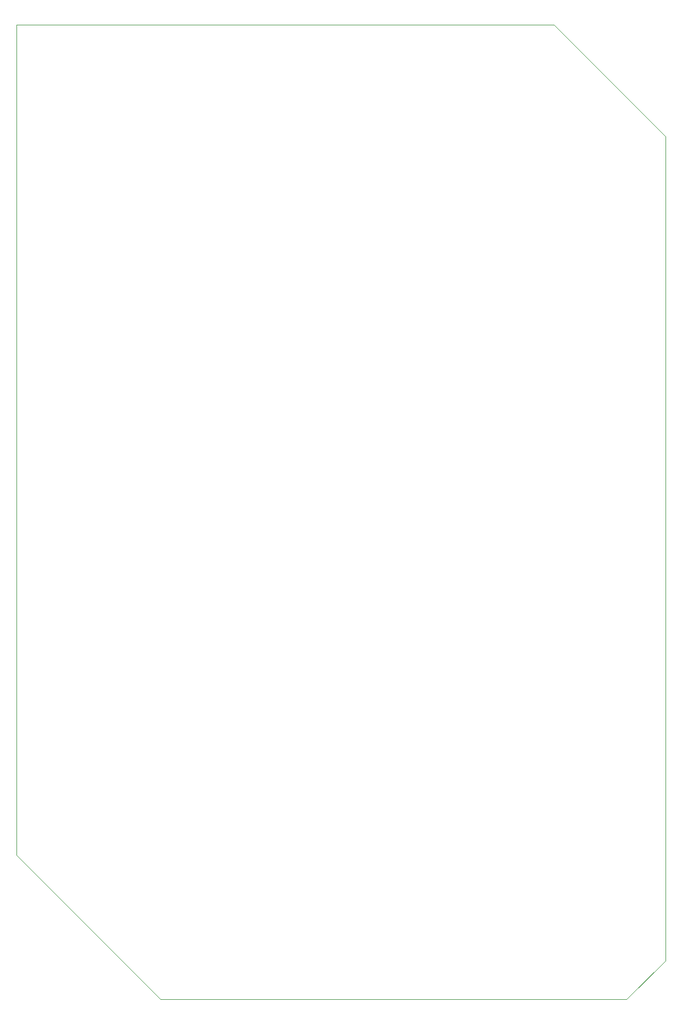
<source format=gm1>
G04 #@! TF.GenerationSoftware,KiCad,Pcbnew,5.1.5*
G04 #@! TF.CreationDate,2020-02-13T16:26:20+03:00*
G04 #@! TF.ProjectId,DC-Soft-Starter-V2,44432d53-6f66-4742-9d53-746172746572,rev?*
G04 #@! TF.SameCoordinates,Original*
G04 #@! TF.FileFunction,Profile,NP*
%FSLAX46Y46*%
G04 Gerber Fmt 4.6, Leading zero omitted, Abs format (unit mm)*
G04 Created by KiCad (PCBNEW 5.1.5) date 2020-02-13 16:26:20*
%MOMM*%
%LPD*%
G04 APERTURE LIST*
%ADD10C,0.050000*%
G04 APERTURE END LIST*
D10*
X112499800Y-156508800D02*
X106530800Y-162477800D01*
X12500000Y-140252800D02*
X34725000Y-162490800D01*
X95300000Y-12490800D02*
X112500000Y-29690800D01*
X95300000Y-12490800D02*
X12500000Y-12490800D01*
X112499800Y-156508800D02*
X112500000Y-29690800D01*
X34725000Y-162490800D02*
X106530800Y-162477800D01*
X12500000Y-12490800D02*
X12500000Y-140252800D01*
M02*

</source>
